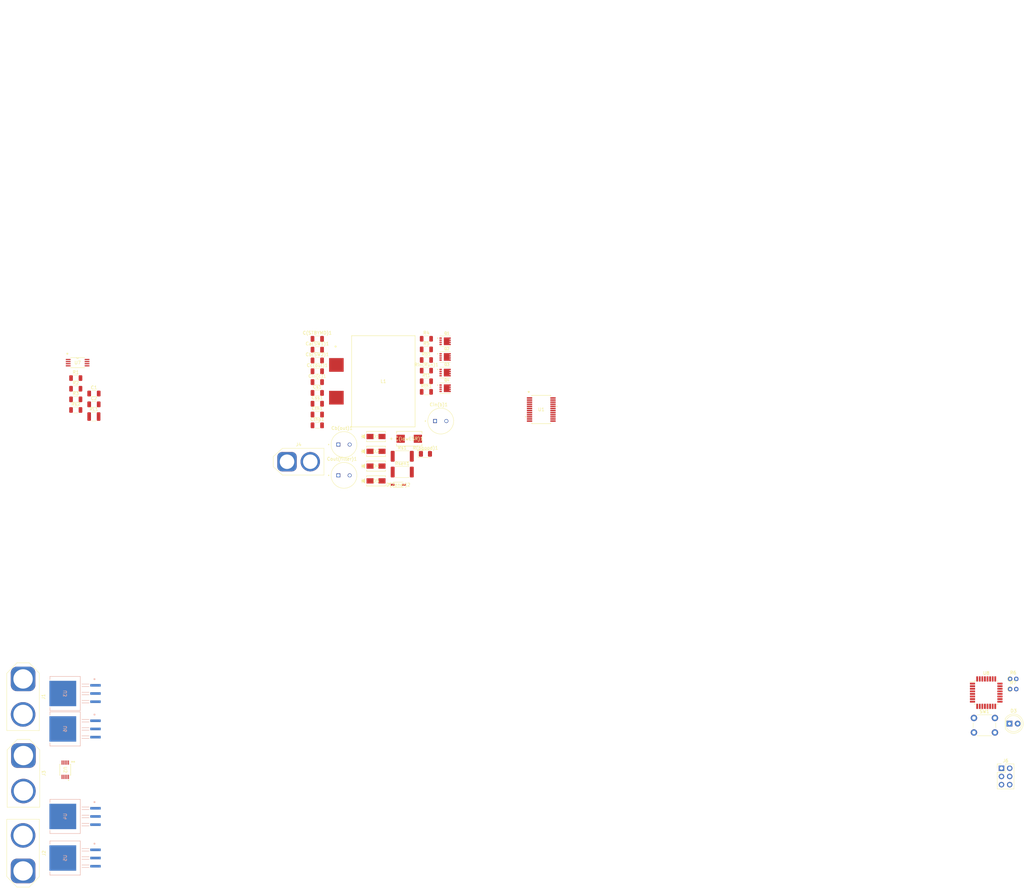
<source format=kicad_pcb>
(kicad_pcb (version 20221018) (generator pcbnew)
  (title_block (title "Prototype Senior Design A") (date "2023-03-30") (rev "0"))
  (layers (0 "F.Cu" signal) (31 "B.Cu" signal) (34 "B.Paste" user) (35 "F.Paste" user) (36 "B.SilkS" user "B.Silkscreen") (37 "F.SilkS" user "F.Silkscreen") (38 "B.Mask" user) (39 "F.Mask" user) (44 "Edge.Cuts" user))
  (net 0 "")
  (net 1 "Net-(D4-A)")
  (net 2 "GND")
  (net 3 "Net-(U1-STBYMD)")
  (net 4 "Net-(D4-K)")
  (net 5 "Net-(D1-A)")
  (net 6 "/19V Boost/Vout")
  (net 7 "Net-(D2-K)")
  (net 8 "Net-(D5-K)")
  (net 9 "Net-(U1-SENSE-)")
  (net 11 "Net-(U1-SENSE+)")
  (net 12 "Net-(U1-SS)")
  (net 13 "Net-(Cth1-Pad1)")
  (net 14 "Net-(U1-ITH)")
  (net 15 "Net-(D(Zener)2-K)")
  (net 16 "Net-(D2-A)")
  (net 17 "Net-(Q1-G)")
  (net 18 "Net-(Q2-G)")
  (net 19 "Net-(Q3-G)")
  (net 20 "Net-(Q4-G)")
  (net 21 "Net-(U1-PGOOD)")
  (net 22 "Net-(U1-VOSENSE)")
  (net 25 "/Load Sharing/VS")
  (net 26 "/Load Sharing/V1")
  (net 27 "/Load Sharing/V2")
  (net 28 "/Load Sharing/G2")
  (net 29 "/Load Sharing/G1")
  (net 30 "Net-(C1-Pad1)")
  (net 31 "Net-(U7-OUT)")
  (net 32 "Net-(U7-V+)")
  (net 33 "Net-(R1-Pad2)")
  (net 34 "Net-(U7-VIN-)")
  (net 35 "Net-(D3-K)")
  (net 36 "Net-(D3-A)")
  (net 37 "Net-(J6-Pin_2)")
  (net 38 "MOSI")
  (net 39 "SCK")
  (net 40 "+5V")
  (net 41 "MISO")
  (footprint "Mechatronic Footprints:AMASS_XT90-F_1x02_P11.00mm_Vertical" (layer "F.Cu") (at 41.656 106.49 90)
    (fp_text reference "J2" (at 5.5 6.46 90) (layer "F.SilkS"))
    (fp_text value "XT90 BAT2")
    (pad "1" thru_hole roundrect (at 0 0 90) (size 7.6 7.6) (drill 6) (layers "*.Cu" "*.Mask") (net 2 "GND"))
    (pad "2" thru_hole circle (at 11 0 90) (size 7.6 7.6) (drill 6) (layers "*.Cu" "*.Mask") (net 27 "/Load Sharing/V2"))
  )
  (footprint "Resistor_SMD:R_1210_3225Metric" (layer "F.Cu") (at 63.5835 -34.318)
    (fp_text reference "RL1" (at 0 -2.28) (layer "F.SilkS"))
    (fp_text value "72.3k")
    (pad "1" smd roundrect locked (at -1.4625 0) (size 1.125 2.65) (layers "F.Cu" "F.Paste" "F.Mask") (roundrect_rratio 0.222222) (net 31 "Net-(U7-OUT)"))
    (pad "2" smd roundrect locked (at 1.4625 0) (size 1.125 2.65) (layers "F.Cu" "F.Paste" "F.Mask") (roundrect_rratio 0.222222) (net 2 "GND"))
  )
  (footprint "Mechatronic Footprints:CR_SMA_320-340AE_DIO" (layer "F.Cu") (at 150.9657 -18.9615)
    (fp_text reference "D4" (at 0 0 unlocked) (layer "F.SilkS"))
    (fp_text value "D_Schottky")
    (pad "1" smd rect locked (at -1.8542 0 90) (size 1.6256 2.1844) (layers "F.Cu" "F.Paste" "F.Mask") (net 4 "Net-(D4-K)"))
    (pad "2" smd rect locked (at 1.8542 0 90) (size 1.6256 2.1844) (layers "F.Cu" "F.Paste" "F.Mask") (net 1 "Net-(D4-A)"))
  )
  (footprint "Connector_PinHeader_2.54mm:PinHeader_2x03_P2.54mm_Vertical" (layer "F.Cu") (at 344.678 74.676)
    (fp_text reference "J6" (at 1.27 -2.33) (layer "F.SilkS"))
    (fp_text value "6pin")
    (pad "1" thru_hole rect locked (at 0 0) (size 1.7 1.7) (drill 1) (layers "*.Cu" "*.Mask") (net 2 "GND"))
    (pad "2" thru_hole oval locked (at 2.54 0) (size 1.7 1.7) (drill 1) (layers "*.Cu" "*.Mask") (net 37 "Net-(J6-Pin_2)"))
    (pad "3" thru_hole oval locked (at 0 2.54) (size 1.7 1.7) (drill 1) (layers "*.Cu" "*.Mask") (net 38 "MOSI"))
    (pad "4" thru_hole oval locked (at 2.54 2.54) (size 1.7 1.7) (drill 1) (layers "*.Cu" "*.Mask") (net 39 "SCK"))
    (pad "5" thru_hole oval locked (at 0 5.08) (size 1.7 1.7) (drill 1) (layers "*.Cu" "*.Mask") (net 40 "+5V"))
    (pad "6" thru_hole oval locked (at 2.54 5.08) (size 1.7 1.7) (drill 1) (layers "*.Cu" "*.Mask") (net 41 "MISO"))
  )
  (footprint "LED_THT:LED_D5.0mm" (layer "F.Cu") (at 347.15 60.84)
    (fp_text reference "D3" (at 1.27 -3.96) (layer "F.SilkS"))
    (fp_text value "LED")
    (pad "1" thru_hole rect locked (at 0 0) (size 1.8 1.8) (drill 0.9) (layers "*.Cu" "*.Mask") (net 35 "Net-(D3-K)"))
    (pad "2" thru_hole circle locked (at 2.54 0) (size 1.8 1.8) (drill 0.9) (layers "*.Cu" "*.Mask") (net 36 "Net-(D3-A)"))
  )
  (footprint "Resistor_SMD:R_2512_6332Metric" (layer "F.Cu") (at 159.0825 -22.01)
    (fp_text reference "Rs1" (at 0 -2.62) (layer "F.SilkS"))
    (fp_text value "6m")
    (pad "1" smd roundrect locked (at -2.9625 0) (size 1.225 3.35) (layers "F.Cu" "F.Paste" "F.Mask") (roundrect_rratio 0.204082) (net 16 "Net-(D2-A)"))
    (pad "2" smd roundrect locked (at 2.9625 0) (size 1.225 3.35) (layers "F.Cu" "F.Paste" "F.Mask") (roundrect_rratio 0.204082) (net 2 "GND"))
  )
  (footprint "Capacitor_SMD:C_1206_3216Metric" (layer "F.Cu") (at 132.7725 -38.29)
    (fp_text reference "Css1" (at 0 -1.85) (layer "F.SilkS"))
    (fp_text value "0.001u")
    (pad "1" smd roundrect locked (at -1.475 0) (size 1.15 1.8) (layers "F.Cu" "F.Paste" "F.Mask") (roundrect_rratio 0.217391) (net 2 "GND"))
    (pad "2" smd roundrect locked (at 1.475 0) (size 1.15 1.8) (layers "F.Cu" "F.Paste" "F.Mask") (roundrect_rratio 0.217391) (net 12 "Net-(U1-SS)"))
  )
  (footprint "Resistor_SMD:R_1206_3216Metric" (layer "F.Cu") (at 166.5625 -41.97)
    (fp_text reference "Rth1" (at 0 -1.82) (layer "F.SilkS"))
    (fp_text value "124K")
    (pad "1" smd roundrect locked (at -1.4625 0) (size 1.125 1.75) (layers "F.Cu" "F.Paste" "F.Mask") (roundrect_rratio 0.222222) (net 13 "Net-(Cth1-Pad1)"))
    (pad "2" smd roundrect locked (at 1.4625 0) (size 1.125 1.75) (layers "F.Cu" "F.Paste" "F.Mask") (roundrect_rratio 0.222222) (net 14 "Net-(U1-ITH)"))
  )
  (footprint "Resistor_SMD:R_1206_3216Metric" (layer "F.Cu") (at 57.9735 -46.228)
    (fp_text reference "R1" (at 0 -1.82) (layer "F.SilkS"))
    (fp_text value "4.7k")
    (pad "1" smd roundrect locked (at -1.4625 0) (size 1.125 1.75) (layers "F.Cu" "F.Paste" "F.Mask") (roundrect_rratio 0.222222) (net 32 "Net-(U7-V+)"))
    (pad "2" smd roundrect locked (at 1.4625 0) (size 1.125 1.75) (layers "F.Cu" "F.Paste" "F.Mask") (roundrect_rratio 0.222222) (net 33 "Net-(R1-Pad2)"))
  )
  (footprint "Capacitor_SMD:C_1206_3216Metric" (layer "F.Cu") (at 132.7725 -41.64)
    (fp_text reference "Cs1" (at 0 -1.85) (layer "F.SilkS"))
    (fp_text value "100p")
    (pad "1" smd roundrect locked (at -1.475 0) (size 1.15 1.8) (layers "F.Cu" "F.Paste" "F.Mask") (roundrect_rratio 0.217391) (net 9 "Net-(U1-SENSE-)"))
    (pad "2" smd roundrect locked (at 1.475 0) (size 1.15 1.8) (layers "F.Cu" "F.Paste" "F.Mask") (roundrect_rratio 0.217391) (net 11 "Net-(U1-SENSE+)"))
  )
  (footprint "INA139:PW8" (layer "F.Cu") (at 58.547 -51.012999)
    (fp_text reference "U7" (at 0 0 unlocked) (layer "F.SilkS"))
    (fp_text value "INA139NA/250")
    (fp_text user "*" (at -3.175 -2.4736 unlocked) (layer "F.SilkS"))
    (fp_text user "*" (at -3.175 -2.4736) (layer "F.SilkS"))
    (pad "1" smd rect locked (at -2.921 -0.974999) (size 1.4732 0.3556) (layers "F.Cu" "F.Paste" "F.Mask") (net 31 "Net-(U7-OUT)"))
    (pad "2" smd rect locked (at -2.921 -0.325001) (size 1.4732 0.3556) (layers "F.Cu" "F.Paste" "F.Mask") (net 2 "GND"))
    (pad "3" smd rect locked (at -2.921 0.325001) (size 1.4732 0.3556) (layers "F.Cu" "F.Paste" "F.Mask") (net 32 "Net-(U7-V+)"))
    (pad "4" smd rect locked (at -2.921 0.974999) (size 1.4732 0.3556) (layers "F.Cu" "F.Paste" "F.Mask") (net 34 "Net-(U7-VIN-)"))
    (pad "5" smd rect locked (at 2.921 0.974999) (size 1.4732 0.3556) (layers "F.Cu" "F.Paste" "F.Mask") (net 32 "Net-(U7-V+)"))
    (pad "6" smd rect locked (at 2.921 0.325001) (size 1.4732 0.3556) (layers "F.Cu" "F.Paste" "F.Mask"))
    (pad "7" smd rect locked (at 2.921 -0.325001) (size 1.4732 0.3556) (layers "F.Cu" "F.Paste" "F.Mask"))
    (pad "8" smd rect locked (at 2.921 -0.974999) (size 1.4732 0.3556) (layers "F.Cu" "F.Paste" "F.Mask"))
  )
  (footprint "Mechatronic Footprints:LargeCAPSCAPPRD350W60D800H1200" (layer "F.Cu") (at 141.0475 -16.09)
    (fp_text reference "Cout(filter)1" (at -0.635 -5.085) (layer "F.SilkS"))
    (fp_text value "330u")
    (pad "1" thru_hole rect locked (at -1.75 0) (size 1.2 1.2) (drill 0.85) (layers "*.Cu" "*.Mask") (net 6 "/19V Boost/Vout"))
    (pad "2" thru_hole circle locked (at 1.75 0) (size 1.2 1.2) (drill 0.85) (layers "*.Cu" "*.Mask") (net 2 "GND"))
  )
  (footprint "Mechatronic Footprints:Q1Q2TRANS_FDMC86520L" (layer "F.Cu") (at 172.3675 -57.64)
    (fp_text reference "Q1" (at 0.54 -2.508) (layer "F.SilkS") (effects (font (size 0.8 0.8))))
    (fp_text value "NMOS")
    (pad "1" smd rect locked (at -1.4 -0.975) (size 0.7 0.42) (layers "F.Cu" "F.Paste" "F.Mask") (net 25 "/Load Sharing/VS"))
    (pad "2" smd rect locked (at -1.4 -0.325) (size 0.7 0.42) (layers "F.Cu" "F.Paste" "F.Mask") (net 17 "Net-(Q1-G)"))
    (pad "3" smd rect locked (at -1.4 0.325) (size 0.7 0.42) (layers "F.Cu" "F.Paste" "F.Mask") (net 7 "Net-(D2-K)"))
    (pad "4" smd rect locked (at -1.4 0.975) (size 0.7 0.42) (layers "F.Cu" "F.Paste" "F.Mask"))
    (pad "5" smd custom locked (at 0.45 0) (size 1.7 2.37) (layers "F.Cu") (options (clearance outline) (anchor rect)) (primitives (gr_poly (pts (xy -0.85 -1.185) (xy 1.3 -1.185) (xy 1.3 -0.765) (xy 0.85 -0.765) (xy 0.85 -0.535) (xy 1.3 -0.535) (xy 1.3 -0.115) (xy 0.85 -0.115) (xy 0.85 0.115) (xy 1.3 0.115) (xy 1.3 0.535) (xy 0.85 0.535) (xy 0.85 0.765) (xy 1.3 0.765) (xy 1.3 1.185) (xy -0.85 1.185)) (width 0.01) (fill yes))))
  )
  (footprint "Button_Switch_THT:SW_PUSH_6mm" (layer "F.Cu") (at 336.15 59.09)
    (fp_text reference "SW1" (at 3.25 -2) (layer "F.SilkS"))
    (fp_text value "SW_Push_Open")
    (pad "1" thru_hole circle locked (at 0 0 90) (size 2 2) (drill 1.1) (layers "*.Cu" "*.Mask") (net 2 "GND"))
    (pad "1" thru_hole circle locked (at 6.5 0 90) (size 2 2) (drill 1.1) (layers "*.Cu" "*.Mask") (net 2 "GND"))
    (pad "2" thru_hole circle locked (at 0 4.5 90) (size 2 2) (drill 1.1) (layers "*.Cu" "*.Mask") (net 37 "Net-(J6-Pin_2)"))
    (pad "2" thru_hole circle locked (at 6.5 4.5 90) (size 2 2) (drill 1.1) (layers "*.Cu" "*.Mask") (net 37 "Net-(J6-Pin_2)"))
  )
  (footprint "Capacitor_SMD:C_1206_3216Metric" (layer "F.Cu") (at 132.7725 -31.59)
    (fp_text reference "Cthp1" (at 0 -1.85) (layer "F.SilkS"))
    (fp_text value "47p")
    (pad "1" smd roundrect locked (at -1.475 0) (size 1.15 1.8) (layers "F.Cu" "F.Paste" "F.Mask") (roundrect_rratio 0.217391) (net 14 "Net-(U1-ITH)"))
    (pad "2" smd roundrect locked (at 1.475 0) (size 1.15 1.8) (layers "F.Cu" "F.Paste" "F.Mask") (roundrect_rratio 0.217391) (net 2 "GND"))
  )
  (footprint "Resistor_THT:R_Axial_DIN0204_L3.6mm_D1.6mm_P1.90mm_Vertical" (layer "F.Cu") (at 347.35 46.99)
    (fp_text reference "R6" (at 0.95 -1.92) (layer "F.SilkS"))
    (fp_text value "10K")
    (pad "1" thru_hole circle locked (at 0 0) (size 1.4 1.4) (drill 0.7) (layers "*.Cu" "*.Mask") (net 37 "Net-(J6-Pin_2)"))
    (pad "2" thru_hole oval locked (at 1.9 0) (size 1.4 1.4) (drill 0.7) (layers "*.Cu" "*.Mask") (net 40 "+5V"))
  )
  (footprint "Mechatronic Footprints:CR_SMA_320-340AE_DIO" (layer "F.Cu") (at 150.9657 -14.3801)
    (fp_text reference "D5" (at 0 0 unlocked) (layer "F.SilkS"))
    (fp_text value "D_Schottky")
    (pad "1" smd rect locked (at -1.8542 0 90) (size 1.6256 2.1844) (layers "F.Cu" "F.Paste" "F.Mask") (net 8 "Net-(D5-K)"))
    (pad "2" smd rect locked (at 1.8542 0 90) (size 1.6256 2.1844) (layers "F.Cu" "F.Paste" "F.Mask") (net 1 "Net-(D4-A)"))
  )
  (footprint "Capacitor_SMD:C_1206_3216Metric" (layer "F.Cu") (at 132.7725 -58.39)
    (fp_text reference "C(STBYMD)1" (at 0 -1.85) (layer "F.SilkS"))
    (fp_text value "0.001u")
    (pad "1" smd roundrect locked (at -1.475 0) (size 1.15 1.8) (layers "F.Cu" "F.Paste" "F.Mask") (roundrect_rratio 0.217391) (net 3 "Net-(U1-STBYMD)"))
    (pad "2" smd roundrect locked (at 1.475 0) (size 1.15 1.8) (layers "F.Cu" "F.Paste" "F.Mask") (roundrect_rratio 0.217391) (net 2 "GND"))
  )
  (footprint "LED_SMD:LED_1206_3216Metric" (layer "F.Cu") (at 166.2725 -22.76)
    (fp_text reference "R(pgood)1" (at 0 -1.82) (layer "F.SilkS"))
    (fp_text value "100k")
    (pad "1" smd roundrect locked (at -1.4 0) (size 1.25 1.75) (layers "F.Cu" "F.Paste" "F.Mask") (roundrect_rratio 0.2) (net 1 "Net-(D4-A)"))
    (pad "2" smd roundrect locked (at 1.4 0) (size 1.25 1.75) (layers "F.Cu" "F.Paste" "F.Mask") (roundrect_rratio 0.2) (net 21 "Net-(U1-PGOOD)"))
  )
  (footprint "LTC4416:MSOP-10_MS_LIT" (layer "F.Cu") (at 54.72 75.132 -90)
    (fp_text reference "U2" (at 0 0 -90 unlocked) (layer "F.SilkS"))
    (fp_text value "LTC4416EMS-1-TRPBF")
    (fp_text user "*" (at -2.47015 -2.42316 -90) (layer "F.SilkS"))
    (fp_text user "*" (at -2.47015 -2.42316 -90 unlocked) (layer "F.SilkS"))
    (pad "1" smd rect (at -2.21615 -1.00076 270) (size 1.3335 0.2794) (layers "F.Cu" "F.Paste" "F.Mask"))
    (pad "2" smd rect (at -2.21615 -0.50038 270) (size 1.3335 0.2794) (layers "F.Cu" "F.Paste" "F.Mask") (net 26 "/Load Sharing/V1"))
    (pad "3" smd rect (at -2.21615 0 270) (size 1.3335 0.2794) (layers "F.Cu" "F.Paste" "F.Mask") (net 2 "GND"))
    (pad "4" smd rect (at -2.21615 0.50038 270) (size 1.3335 0.2794) (layers "F.Cu" "F.Paste" "F.Mask") (net 2 "GND"))
    (pad "5" smd rect (at -2.21615 1.00076 270) (size 1.3335 0.2794) (layers "F.Cu" "F.Paste" "F.Mask"))
    (pad "6" smd rect (at 2.21615 1.00076 270) (size 1.3335 0.2794) (layers "F.Cu" "F.Paste" "F.Mask") (net 28 "/Load Sharing/G2"))
    (pad "7" smd rect (at 2.21615 0.50038 270) (size 1.3335 0.2794) (layers "F.Cu" "F.Paste" "F.Mask") (net 27 "/Load Sharing/V2"))
    (pad "8" smd rect (at 2.21615 0 270) (size 1.3335 0.2794) (layers "F.Cu" "F.Paste" "F.Mask") (net 25 "/Load Sharing/VS"))
    (pad "9" smd rect (at 2.21615 -0.50038 270) (size 1.3335 0.2794) (layers "F.Cu" "F.Paste" "F.Mask") (net 26 "/Load Sharing/V1"))
    (pad "10" smd rect (at 2.21615 -1.00076 270) (size 1.3335 0.2794) (layers "F.Cu" "F.Paste" "F.Mask") (net 29 "/Load Sharing/G1"))
  )
  (footprint "Resistor_SMD:R_1206_3216Metric" (layer "F.Cu") (at 57.9735 -39.648)
    (fp_text reference "R3" (at 0 -1.82) (layer "F.SilkS"))
    (fp_text value "1k")
    (pad "1" smd roundrect locked (at -1.4625 0) (size 1.125 1.75) (layers "F.Cu" "F.Paste" "F.Mask") (roundrect_rratio 0.222222) (net 30 "Net-(C1-Pad1)"))
    (pad "2" smd roundrect locked (at 1.4625 0) (size 1.125 1.75) (layers "F.Cu" "F.Paste" "F.Mask") (roundrect_rratio 0.222222) (net 2 "GND"))
  )
  (footprint "Mechatronic Footprints:LOWESRCAPMP7.6X4.3_3.1N_KEM" (layer "F.Cu") (at 161.264691 -27.434804)
    (fp_text reference "C(lowESR)1" (at 0 0 unlocked) (layer "F.SilkS"))
    (fp_text value "4.7u")
    (pad "1" smd rect locked (at -2.672194 0 90) (size 2.499995 2.560396) (layers "F.Cu" "F.Paste" "F.Mask") (net 1 "Net-(D4-A)"))
    (pad "2" smd rect locked (at 2.672194 0 90) (size 2.499995 2.560396) (layers "F.Cu" "F.Paste" "F.Mask") (net 2 "GND"))
  )
  (footprint "Resistor_SMD:R_1206_3216Metric" (layer "F.Cu") (at 57.9735 -36.358)
    (fp_text reference "Rs2" (at 0 -1.82) (layer "F.SilkS"))
    (fp_text value "0.5m")
    (pad "1" smd roundrect locked (at -1.4625 0) (size 1.125 1.75) (layers "F.Cu" "F.Paste" "F.Mask") (roundrect_rratio 0.222222) (net 32 "Net-(U7-V+)"))
    (pad "2" smd roundrect locked (at 1.4625 0) (size 1.125 1.75) (layers "F.Cu" "F.Paste" "F.Mask") (roundrect_rratio 0.222222) (net 34 "Net-(U7-VIN-)"))
  )
  (footprint "Mechatronic Footprints:Q1Q2TRANS_FDMC86520L" (layer "F.Cu") (at 172.3675 -43.09)
    (fp_text reference "Q4" (at 0.54 -2.508) (layer "F.SilkS") (effects (font (size 0.8 0.8))))
    (fp_text value "NMOS")
    (pad "1" smd rect locked (at -1.4 -0.975) (size 0.7 0.42) (layers "F.Cu" "F.Paste" "F.Mask") (net 5 "Net-(D1-A)"))
    (pad "2" smd rect locked (at -1.4 -0.325) (size 0.7 0.42) (layers "F.Cu" "F.Paste" "F.Mask") (net 20 "Net-(Q4-G)"))
    (pad "3" smd rect locked (at -1.4 0.325) (size 0.7 0.42) (layers "F.Cu" "F.Paste" "F.Mask") (net 16 "Net-(D2-A)"))
    (pad "4" smd rect locked (at -1.4 0.975) (size 0.7 0.42) (layers "F.Cu" "F.Paste" "F.Mask"))
    (pad "5" smd custom locked (at 0.45 0) (size 1.7 2.37) (layers "F.Cu") (options (clearance outline) (anchor rect)) (primitives (gr_poly (pts (xy -0.85 -1.185) (xy 1.3 -1.185) (xy 1.3 -0.765) (xy 0.85 -0.765) (xy 0.85 -0.535) (xy 1.3 -0.535) (xy 1.3 -0.115) (xy 0.85 -0.115) (xy 0.85 0.115) (xy 1.3 0.115) (xy 1.3 0.535) (xy 0.85 0.535) (xy 0.85 0.765) (xy 1.3 0.765) (xy 1.3 1.185) (xy -0.85 1.185)) (width 0.01) (fill yes))))
  )
  (footprint "Resistor_SMD:R_1206_3216Metric" (layer "F.Cu") (at 166.5625 -58.42)
    (fp_text reference "R4" (at 0 -1.82) (layer "F.SilkS"))
    (fp_text value "100")
    (pad "1" smd roundrect locked (at -1.4625 0) (size 1.125 1.75) (layers "F.Cu" "F.Paste" "F.Mask") (roundrect_rratio 0.222222) (net 16 "Net-(D2-A)"))
    (pad "2" smd roundrect locked (at 1.4625 0) (size 1.125 1.75) (layers "F.Cu" "F.Paste" "F.Mask") (roundrect_rratio 0.222222) (net 11 "Net-(U1-SENSE+)"))
  )
  (footprint "Mechatronic Footprints:AMASS_XT90-F_1x02_P11.00mm_Vertical" (layer "F.Cu") (at 41.656 46.99 -90)
    (fp_text reference "J1" (at 5.5 -6.3 90) (layer "F.SilkS"))
    (fp_text value "XT90 BAT1")
    (pad "1" thru_hole roundrect (at 0 0 270) (size 7.6 7.6) (drill 6) (layers "*.Cu" "*.Mask") (net 2 "GND"))
    (pad "2" thru_hole circle (at 11 0 270) (size 7.6 7.6) (drill 6) (layers "*.Cu" "*.Mask") (net 26 "/Load Sharing/V1"))
  )
  (footprint "Mechatronic Footprints:Q1Q2TRANS_FDMC86520L" (layer "F.Cu") (at 172.3675 -47.94)
    (fp_text reference "Q3" (at 0.54 -2.508) (layer "F.SilkS") (effects (font (size 0.8 0.8))))
    (fp_text value "NMOS")
    (pad "1" smd rect locked (at -1.4 -0.975) (size 0.7 0.42) (layers "F.Cu" "F.Paste" "F.Mask") (net 6 "/19V Boost/Vout"))
    (pad "2" smd rect locked (at -1.4 -0.325) (size 0.7 0.42) (layers "F.Cu" "F.Paste" "F.Mask") (net 19 "Net-(Q3-G)"))
    (pad "3" smd rect locked (at -1.4 0.325) (size 0.7 0.42) (layers "F.Cu" "F.Paste" "F.Mask") (net 5 "Net-(D1-A)"))
    (pad "4" smd rect locked (at -1.4 0.975) (size 0.7 0.42) (layers "F.Cu" "F.Paste" "F.Mask"))
    (pad "5" smd custom locked (at 0.45 0) (size 1.7 2.37) (layers "F.Cu") (options (clearance outline) (anchor rect)) (primitives (gr_poly (pts (xy -0.85 -1.185) (xy 1.3 -1.185) (xy 1.3 -0.765) (xy 0.85 -0.765) (xy 0.85 -0.535) (xy 1.3 -0.535) (xy 1.3 -0.115) (xy 0.85 -0.115) (xy 0.85 0.115) (xy 1.3 0.115) (xy 1.3 0.535) (xy 0.85 0.535) (xy 0.85 0.765) (xy 1.3 0.765) (xy 1.3 1.185) (xy -0.85 1.185)) (width 0.01) (fill yes))))
  )
  (footprint "Resistor_THT:R_Axial_DIN0204_L3.6mm_D1.6mm_P1.90mm_Vertical" (layer "F.Cu") (at 347.35 50.14)
    (fp_text reference "R7" (at 0.95 -1.92) (layer "F.SilkS"))
    (fp_text value "1k")
    (pad "1" thru_hole circle locked (at 0 0) (size 1.4 1.4) (drill 0.7) (layers "*.Cu" "*.Mask") (net 35 "Net-(D3-K)"))
    (pad "2" thru_hole oval locked (at 1.9 0) (size 1.4 1.4) (drill 0.7) (layers "*.Cu" "*.Mask") (net 2 "GND"))
  )
  (footprint "Resistor_SMD:R_1206_3216Metric" (layer "F.Cu") (at 166.5625 -45.26)
    (fp_text reference "Rt1" (at 0 -1.82) (layer "F.SilkS"))
    (fp_text value "100K")
    (pad "1" smd roundrect locked (at -1.4625 0) (size 1.125 1.75) (layers "F.Cu" "F.Paste" "F.Mask") (roundrect_rratio 0.222222) (net 6 "/19V Boost/Vout"))
    (pad "2" smd roundrect locked (at 1.4625 0) (size 1.125 1.75) (layers "F.Cu" "F.Paste" "F.Mask") (roundrect_rratio 0.222222) (net 22 "Net-(U1-VOSENSE)"))
  )
  (footprint "Mechatronic Footprints:LargeCAPSCAPPRD350W60D800H1200" (layer "F.Cu") (at 141.0475 -25.64)
    (fp_text reference "Cb(out)1" (at -0.635 -5.085) (layer "F.SilkS"))
    (fp_text value "330u")
    (pad "1" thru_hole rect locked (at -1.75 0) (size 1.2 1.2) (drill 0.85) (layers "*.Cu" "*.Mask") (net 6 "/19V Boost/Vout"))
    (pad "2" thru_hole circle locked (at 1.75 0) (size 1.2 1.2) (drill 0.85) (layers "*.Cu" "*.Mask") (net 2 "GND"))
  )
  (footprint "Resistor_SMD:R_1206_3216Metric" (layer "F.Cu") (at 166.5625 -51.84)
    (fp_text reference "Rb1" (at 0 -1.82) (layer "F.SilkS"))
    (fp_text value "4.3K")
    (pad "1" smd roundrect locked (at -1.4625 0) (size 1.125 1.75) (layers "F.Cu" "F.Paste" "F.Mask") (roundrect_rratio 0.222222) (net 22 "Net-(U1-VOSENSE)"))
    (pad "2" smd roundrect locked (at 1.4625 0) (size 1.125 1.75) (layers "F.Cu" "F.Paste" "F.Mask") (roundrect_rratio 0.222222) (net 2 "GND"))
  )
  (footprint "Capacitor_SMD:C_1206_3216Metric" (layer "F.Cu") (at 63.6035 -41.448)
    (fp_text reference "C1" (at 0 -1.85) (layer "F.SilkS"))
    (fp_text value "0.1mu")
    (pad "1" smd roundrect locked (at -1.475 0) (size 1.15 1.8) (layers "F.Cu" "F.Paste" "F.Mask") (roundrect_rratio 0.217391) (net 30 "Net-(C1-Pad1)"))
    (pad "2" smd roundrect locked (at 1.475 0) (size 1.15 1.8) (layers "F.Cu" "F.Paste" "F.Mask") (roundrect_rratio 0.217391) (net 2 "GND"))
  )
  (footprint "Resistor_SMD:R_1206_3216Metric" (layer "F.Cu") (at 166.5625 -48.55)
    (fp_text reference "Rin(Run)1" (at 0 -1.82) (layer "F.SilkS"))
    (fp_text value "51K")
    (pad "1" smd roundrect locked (at -1.4625 0) (size 1.125 1.75) (layers "F.Cu" "F.Paste" "F.Mask") (roundrect_rratio 0.222222) (net 25 "/Load Sharing/VS"))
    (pad "2" smd roundrect locked (at 1.4625 0) (size 1.125 1.75) (layers "F.Cu" "F.Paste" "F.Mask") (roundrect_rratio 0.222222) (net 15 "Net-(D(Zener)2-K)"))
  )
  (footprint "Mechatronic Footprints:Q1Q2TRANS_FDMC86520L" (layer "F.Cu") (at 172.3675 -52.79)
    (fp_text reference "Q2" (at 0.54 -2.508) (layer "F.SilkS") (effects (font (size 0.8 0.8))))
    (fp_text value "NMOS")
    (pad "1" smd rect locked (at -1.4 -0.975) (size 0.7 0.42) (layers "F.Cu" "F.Paste" "F.Mask") (net 7 "Net-(D2-K)"))
    (pad "2" smd rect locked (at -1.4 -0.325) (size 0.7 0.42) (layers "F.Cu" "F.Paste" "F.Mask") (net 18 "Net-(Q2-G)"))
    (pad "3" smd rect locked (at -1.4 0.325) (size 0.7 0.42) (layers "F.Cu" "F.Paste" "F.Mask") (net 16 "Net-(D2-A)"))
    (pad "4" smd rect locked (at -1.4 0.975) (size 0.7 0.42) (layers "F.Cu" "F.Paste" "F.Mask"))
    (pad "5" smd custom locked (at 0.45 0) (size 1.7 2.37) (layers "F.Cu") (options (clearance outline) (anchor rect)) (primitives (gr_poly (pts (xy -0.85 -1.185) (xy 1.3 -1.185) (xy 1.3 -0.765) (xy 0.85 -0.765) (xy 0.85 -0.535) (xy 1.3 -0.535) (xy 1.3 -0.115) (xy 0.85 -0.115) (xy 0.85 0.115) (xy 1.3 0.115) (xy 1.3 0.535) (xy 0.85 0.535) (xy 0.85 0.765) (xy 1.3 0.765) (xy 1.3 1.185) (xy -0.85 1.185)) (width 0.01) (fill yes))))
  )
  (footprint "Capacitor_SMD:C_1206_3216Metric" (layer "F.Cu") (at 132.7725 -34.94)
    (fp_text reference "Cth1" (at 0 -1.85) (layer "F.SilkS"))
    (fp_text value "10000p")
    (pad "1" smd roundrect locked (at -1.475 0) (size 1.15 1.8) (layers "F.Cu" "F.Paste" "F.Mask") (roundrect_rratio 0.217391) (net 13 "Net-(Cth1-Pad1)"))
    (pad "2" smd roundrect locked (at 1.475 0) (size 1.15 1.8) (layers "F.Cu" "F.Paste" "F.Mask") (roundrect_rratio 0.217391) (net 2 "GND"))
  )
  (footprint "LTC3780:SSOP-24_G_LIT" (layer "F.Cu") (at 202.1403 -36.49632)
    (fp_text reference "U1" (at 0 0 unlocked) (layer "F.SilkS"))
    (fp_text value "LTC3780EG-TRPBF")
    (fp_text user "*" (at -3.8862 -5.15112 unlocked) (layer "F.SilkS"))
    (fp_text user "*" (at -3.8862 -5.15112) (layer "F.SilkS"))
    (pad "1" smd rect locked (at -3.6322 -3.57632) (size 1.651 0.4318) (layers "F.Cu" "F.Paste" "F.Mask") (net 21 "Net-(U1-PGOOD)"))
    (pad "2" smd rect locked (at -3.6322 -2.92608) (size 1.651 0.4318) (layers "F.Cu" "F.Paste" "F.Mask") (net 12 "Net-(U1-SS)"))
    (pad "3" smd rect locked (at -3.6322 -2.27584) (size 1.651 0.4318) (layers "F.Cu" "F.Paste" "F.Mask") (net 11 "Net-(U1-SENSE+)"))
    (pad "4" smd rect locked (at -3.6322 -1.6256) (size 1.651 0.4318) (layers "F.Cu" "F.Paste" "F.Mask") (net 9 "Net-(U1-SENSE-)"))
    (pad "5" smd rect locked (at -3.6322 -0.97536) (size 1.651 0.4318) (layers "F.Cu" "F.Paste" "F.Mask") (net 14 "Net-(U1-ITH)"))
    (pad "6" smd rect locked (at -3.6322 -0.32512) (size 1.651 0.4318) (layers "F.Cu" "F.Paste" "F.Mask") (net 22 "Net-(U1-VOSENSE)"))
    (pad "7" smd rect locked (at -3.6322 0.32512) (size 1.651 0.4318) (layers "F.Cu" "F.Paste" "F.Mask") (net 2 "GND"))
    (pad "8" smd rect locked (at -3.6322 0.97536) (size 1.651 0.4318) (layers "F.Cu" "F.Paste" "F.Mask") (net 15 "Net-(D(Zener)2-K)"))
    (pad "9" smd rect locked (at -3.6322 1.6256) (size 1.651 0.4318) (layers "F.Cu" "F.Paste" "F.Mask") (net 2 "GND"))
    (pad "10" smd rect locked (at -3.6322 2.27584) (size 1.651 0.4318) (layers "F.Cu" "F.Paste" "F.Mask") (net 2 "GND"))
    (pad "11" smd rect locked (at -3.6322 2.92608) (size 1.651 0.4318) (layers "F.Cu" "F.Paste" "F.Mask"))
    (pad "12" smd rect locked (at -3.6322 3.57632) (size 1.651 0.4318) (layers "F.Cu" "F.Paste" "F.Mask") (net 3 "Net-(U1-STBYMD)"))
    (pad "13" smd rect locked (at 3.6322 3.57632) (size 1.651 0.4318) (layers "F.Cu" "F.Paste" "F.Mask") (net 8 "Net-(D5-K)"))
    (pad "14" smd rect locked (at 3.6322 2.92608) (size 1.651 0.4318) (layers "F.Cu" "F.Paste" "F.Mask") (net 17 "Net-(Q1-G)"))
    (pad "15" smd rect locked (at 3.6322 2.27584) (size 1.651 0.4318) (layers "F.Cu" "F.Paste" "F.Mask") (net 7 "Net-(D2-K)"))
    (pad "16" smd rect locked (at 3.6322 1.6256) (size 1.651 0.4318) (layers "F.Cu" "F.Paste" "F.Mask") (net 18 "Net-(Q2-G)"))
    (pad "17" smd rect locked (at 3.6322 0.97536) (size 1.651 0.4318) (layers "F.Cu" "F.Paste" "F.Mask") (net 2 "GND"))
    (pad "18" smd rect locked (at 3.6322 0.32512) (size 1.651 0.4318) (layers "F.Cu" "F.Paste" "F.Mask") (net 20 "Net-(Q4-G)"))
    (pad "19" smd rect locked (at 3.6322 -0.32512) (size 1.651 0.4318) (layers "F.Cu" "F.Paste" "F.Mask") (net 1 "Net-(D4-A)"))
    (pad "20" smd rect locked (at 3.6322 -0.97536) (size 1.651 0.4318) (layers "F.Cu" "F.Paste" "F.Mask") (net 2 "GND"))
    (pad "21" smd rect locked (at 3.6322 -1.6256) (size 1.651 0.4318) (layers "F.Cu" "F.Paste" "F.Mask") (net 25 "/Load Sharing/VS"))
    (pad "22" smd rect locked (at 3.6322 -2.27584) (size 1.651 0.4318) (layers "F.Cu" "F.Paste" "F.Mask") (net 5 "Net-(D1-A)"))
    (pad "23" smd rect locked (at 3.6322 -2.92608) (size 1.651 0.4318) (layers "F.Cu" "F.Paste" "F.Mask") (net 19 "Net-(Q3-G)"))
    (pad "24" smd rect locked (at 3.6322 -3.57632) (size 1.651 0.4318) (layers "F.Cu" "F.Paste" "F.Mask") (net 4 "Net-(D4-K)"))
  )
  (footprint "Capacitor_SMD:C_1206_3216Metric" (layer "F.Cu") (at 132.7725 -55.04)
    (fp_text reference "Ca(SW1)1" (at 0 -1.85) (layer "F.SilkS"))
    (fp_text value "0.22u")
    (pad "1" smd roundrect locked (at -1.475 0) (size 1.15 1.8) (layers "F.Cu" "F.Paste" "F.Mask") (roundrect_rratio 0.217391) (net 4 "Net-(D4-K)"))
    (pad "2" smd roundrect locked (at 1.475 0) (size 1.15 1.8) (layers "F.Cu" "F.Paste" "F.Mask") (roundrect_rratio 0.217391) (net 5 "Net-(D1-A)"))
  )
  (footprint "Mechatronic Footprints:CR_SMA_320-340AE_DIO" (layer "F.Cu") (at 150.9657 -23.5429)
    (fp_text reference "D2" (at 0 0 unlocked) (layer "F.SilkS"))
    (fp_text value "D_Schottky")
    (pad "1" smd rect locked (at -1.8542 0 90) (size 1.6256 2.1844) (layers "F.Cu" "F.Paste" "F.Mask") (net 7 "Net-(D2-K)"))
    (pad "2" smd rect locked (at 1.8542 0 90) (size 1.6256 2.1844) (layers "F.Cu" "F.Paste" "F.Mask") (net 16 "Net-(D2-A)"))
  )
  (footprint "Capacitor_SMD:C_1206_3216Metric" (layer "F.Cu") (at 132.7725 -51.69)
    (fp_text reference "Cb(SW2)1" (at 0 -1.85) (layer "F.SilkS"))
    (fp_text value "0.22u")
    (pad "1" smd roundrect locked (at -1.475 0) (size 1.15 1.8) (layers "F.Cu" "F.Paste" "F.Mask") (roundrect_rratio 0.217391) (net 7 "Net-(D2-K)"))
    (pad "2" smd roundrect locked (at 1.475 0) (size 1.15 1.8) (layers "F.Cu" "F.Paste" "F.Mask") (roundrect_rratio 0.217391) (net 8 "Net-(D5-K)"))
  )
  (footprint "Resistor_SMD:R_2512_6332Metric" (layer "F.Cu") (at 159.0825 -17.12)
    (fp_text reference "Rsen1" (at 0 -2.62) (layer "F.SilkS"))
    (fp_text value "6m")
    (pad "1" smd roundrect locked (at -2.9625 0) (size 1.225 3.35) (layers "F.Cu" "F.Paste" "F.Mask") (roundrect_rratio 0.204082) (net 16 "Net-(D2-A)"))
    (pad "2" smd roundrect locked (at 2.9625 0) (size 1.225 3.35) (layers "F.Cu" "F.Paste" "F.Mask") (roundrect_rratio 0.204082) (net 2 "GND"))
  )
  (footprint "Mechatronic Footprints:SOD123_DIO" (layer "F.Cu") (at 157.8483 -13.1698)
    (fp_text reference "D(Zener)2" (at 0 0 unlocked) (layer "F.SilkS"))
    (fp_text value "D_Zener")
    (fp_text user "*" (at -2.6616 0) (layer "F.SilkS"))
    (fp_text user "*" (at -2.6616 0 unlocked) (layer "F.SilkS"))
    (pad "1" smd rect locked (at -1.725 0) (size 1.1112 0.6008) (layers "F.Cu" "F.Paste" "F.Mask") (net 15 "Net-(D(Zener)2-K)"))
    (pad "2" smd rect locked (at 1.725 0) (size 1.1112 0.6008) (layers "F.Cu" "F.Paste" "F.Mask") (net 2 "GND"))
  )
  (footprint "AMASS XT90 Vertical:AMASS_XT90-M_1x02_P11.00mm_Vertical" (layer "F.Cu") (at 41.766 70.736 -90)
    (fp_text reference "J3" (at 5.5 -6.3 90) (layer "F.SilkS"))
    (fp_text value "XT90 ESC Output")
    (pad "1" thru_hole roundrect (at 0 0 270) (size 7.6 7.6) (drill 6) (layers "*.Cu" "*.Mask") (net 25 "/Load Sharing/VS"))
    (pad "2" thru_hole circle (at 11 0 270) (size 7.6 7.6) (drill 6) (layers "*.Cu" "*.Mask") (net 2 "GND"))
  )
  (footprint "Capacitor_SMD:C_1206_3216Metric" (layer "F.Cu") (at 63.6035 -38.098)
    (fp_text reference "C2" (at 0 -1.85) (layer "F.SilkS"))
    (fp_text value "0.1mu")
    (pad "1" smd roundrect locked (at -1.475 0) (size 1.15 1.8) (layers "F.Cu" "F.Paste" "F.Mask") (roundrect_rratio 0.217391) (net 2 "GND"))
    (pad "2" smd roundrect locked (at 1.475 0) (size 1.15 1.8) (layers "F.Cu" "F.Paste" "F.Mask") (roundrect_rratio 0.217391) (net 31 "Net-(U7-OUT)"))
  )
  (footprint "Mechatronic Footprints:LargeCAPSCAPPRD350W60D800H1200" (layer "F.Cu") (at 171.0025 -32.92)
    (fp_text reference "Cin(b)1" (at -0.635 -5.085) (layer "F.SilkS"))
    (fp_text value "270u")
    (pad "1" thru_hole rect locked (at -1.75 0) (size 1.2 1.2) (drill 0.85) (layers "*.Cu" "*.Mask") (net 25 "/Load Sharing/VS"))
    (pad "2" thru_hole circle locked (at 1.75 0) (size 1.2 1.2) (drill 0.85) (layers "*.Cu" "*.Mask") (net 2 "GND"))
  )
  (footprint "Capacitor_SMD:C_1206_3216Metric" (layer "F.Cu") (at 132.7725 -44.99)
    (fp_text reference "Cin(c)1" (at 0 -1.85) (layer "F.SilkS"))
    (fp_text value "10u")
    (pad "1" smd roundrect locked (at -1.475 0) (size 1.15 1.8) (layers "F.Cu" "F.Paste" "F.Mask") (roundrect_rratio 0.217391) (net 25 "/Load Sharing/VS"))
    (pad "2" smd roundrect locked (at 1.475 0) (size 1.15 1.8) (layers "F.Cu" "F.Paste" "F.Mask") (roundrect_rratio 0.217391) (net 2 "GND"))
  )
  (footprint "Connector_AMASS:AMASS_XT60-F_1x02_P7.20mm_Vertical" (layer "F.Cu") (at 123.4 -20.32)
    (fp_text reference "J4" (at 3.6 -5.3 180) (layer "F.SilkS"))
    (fp_text value "XT30PW Horizontal")
    (pad "1" thru_hole roundrect locked (at 0 0) (size 6 6) (drill 4.5) (layers "*.Cu" "*.Mask") (net 6 "/19V Boost/Vout"))
    (pad "2" thru_hole circle locked (at 7.2 0) (size 6 6) (drill 4.5) (layers "*.Cu" "*.Mask") (net 2 "GND"))
  )
  (footprint "Resistor_SMD:R_1206_3216Metric" (layer "F.Cu") (at 57.9735 -42.938)
    (fp_text reference "R2" (at 0 -1.82) (layer "F.SilkS"))
    (fp_text value "10k")
    (pad "1" smd roundrect locked (at -1.4625 0) (size 1.125 1.75) (layers "F.Cu" "F.Paste" "F.Mask") (roundrect_rratio 0.222222) (net 33 "Net-(R1-Pad2)"))
    (pad "2" smd roundrect locked (at 1.4625 0) (size 1.125 1.75) (layers "F.Cu" "F.Paste" "F.Mask") (roundrect_rratio 0.222222) (net 30 "Net-(C1-Pad1)"))
  )
  (footprint "Capacitor_SMD:C_1206_3216Metric" (layer "F.Cu") (at 132.7725 -48.34)
    (fp_text reference "Cc(out)1" (at 0 -1.85) (layer "F.SilkS"))
    (fp_text value "47u")
    (pad "1" smd roundrect locked (at -1.475 0) (size 1.15 1.8) (layers "F.Cu" "F.Paste" "F.Mask") (roundrect_rratio 0.217391) (net 6 "/19V Boost/Vout"))
    (pad "2" smd roundrect locked (at 1.475 0) (size 1.15 1.8) (layers "F.Cu" "F.Paste" "F.Mask") (roundrect_rratio 0.217391) (net 2 "GND"))
  )
  (footprint "Mechatronic Footprints:CR_SMA_320-340AE_DIO" (layer "F.Cu") (at 150.9657 -28.1243)
    (fp_text reference "D1" (at 0 0 unlocked) (layer "F.SilkS"))
    (fp_text value "D_Schottky")
    (pad "1" smd rect locked (at -1.8542 0 90) (size 1.6256 2.1844) (layers "F.Cu" "F.Paste" "F.Mask") (net 6 "/19V Boost/Vout"))
    (pad "2" smd rect locked (at 1.8542 0 90) (size 1.6256 2.1844) (layers "F.Cu" "F.Paste" "F.Mask") (net 5 "Net-(D1-A)"))
  )
  (footprint "Mechatronic Footprints:IND_410680_WRE" (layer "F.Cu") (at 153.2298 -45.2394)
    (fp_text reference "L1" (at 0 0 unlocked) (layer "F.SilkS"))
    (fp_text value "6.8u")
    (fp_text user "*" (at -14.7955 -10.4598) (layer "F.SilkS"))
    (fp_text user "*" (at -14.7955 -10.4598 unlocked) (layer "F.SilkS"))
    (pad "1" smd rect locked (at -14.5415 -5.074999) (size 4.5212 4.2418) (layers "F.Cu" "F.Paste" "F.Mask") (net 7 "Net-(D2-K)"))
    (pad "2" smd rect locked (at -14.5415 5.074999) (size 4.5212 4.2418) (layers "F.Cu" "F.Paste" "F.Mask") (net 5 "Net-(D1-A)"))
  )
  (footprint "Resistor_SMD:R_1206_3216Metric" (layer "F.Cu") (at 166.5625 -55.13)
    (fp_text reference "R5" (at 0 -1.82) (layer "F.SilkS"))
    (fp_text value "100")
    (pad "1" smd roundrect locked (at -1.4625 0) (size 1.125 1.75) (layers "F.Cu" "F.Paste" "F.Mask") (roundrect_rratio 0.222222) (net 9 "Net-(U1-SENSE-)"))
    (pad "2" smd roundrect locked (at 1.4625 0) (size 1.125 1.75) (layers "F.Cu" "F.Paste" "F.Mask") (roundrect_rratio 0.222222) (net 2 "GND"))
  )
  (footprint "Package_QFP:TQFP-32_7x7mm_P0.8mm" (layer "F.Cu") (at 339.95 51.24)
    (fp_text reference "U8" (at 0 -6.05) (layer "F.SilkS"))
    (fp_text value "ATmega328PB-A")
    (pad "1" smd rect locked (at -4.25 -2.8) (size 1.6 0.55) (layers "F.Cu" "F.Paste" "F.Mask"))
    (pad "2" smd rect locked (at -4.25 -2) (size 1.6 0.55) (layers "F.Cu" "F.Paste" "F.Mask"))
    (pad "3" smd rect locked (at -4.25 -1.2) (size 1.6 0.55) (layers "F.Cu" "F.Paste" "F.Mask"))
    (pad "4" smd rect locked (at -4.25 -0.4) (size 1.6 0.55) (layers "F.Cu" "F.Paste" "F.Mask") (net 40 "+5V"))
    (pad "5" smd rect locked (at -4.25 0.4) (size 1.6 0.55) (layers "F.Cu" "F.Paste" "F.Mask") (net 2 "GND"))
    (pad "6" smd rect locked (at -4.25 1.2) (size 1.6 0.55) (layers "F.Cu" "F.Paste" "F.Mask"))
    (pad "7" smd rect locked (at -4.25 2) (size 1.6 0.55) (layers "F.Cu" "F.Paste" "F.Mask"))
    (pad "8" smd rect locked (at -4.25 2.8) (size 1.6 0.55) (layers "F.Cu" "F.Paste" "F.Mask"))
    (pad "9" smd rect locked (at -2.8 4.25 90) (size 1.6 0.55) (layers "F.Cu" "F.Paste" "F.Mask"))
    (pad "10" smd rect locked (at -2 4.25 90) (size 1.6 0.55) (layers "F.Cu" "F.Paste" "F.Mask"))
    (pad "11" smd rect locked (at -1.2 4.25 90) (size 1.6 0.55) (layers "F.Cu" "F.Paste" "F.Mask"))
    (pad "12" smd rect locked (at -0.4 4.25 90) (size 1.6 0.55) (layers "F.Cu" "F.Paste" "F.Mask"))
    (pad "13" smd rect locked (at 0.4 4.25 90) (size 1.6 0.55) (layers "F.Cu" "F.Paste" "F.Mask") (net 36 "Net-(D3-A)"))
    (pad "14" smd rect locked (at 1.2 4.25 90) (size 1.6 0.55) (layers "F.Cu" "F.Paste" "F.Mask"))
    (pad "15" smd rect locked (at 2 4.25 90) (size 1.6 0.55) (layers "F.Cu" "F.Paste" "F.Mask") (net 38 "MOSI"))
    (pad "16" smd rect locked (at 2.8 4.25 90) (size 1.6 0.55) (layers "F.Cu" "F.Paste" "F.Mask") (net 41 "MISO"))
    (pad "17" smd rect locked (at 4.25 2.8) (size 1.6 0.55) (layers "F.Cu" "F.Paste" "F.Mask") (net 39 "SCK"))
    (pad "18" smd rect locked (at 4.25 2) (size 1.6 0.55) (layers "F.Cu" "F.Paste" "F.Mask"))
    (pad "19" smd rect locked (at 4.25 1.2) (size 1.6 0.55) (layers "F.Cu" "F.Paste" "F.Mask"))
    (pad "20" smd rect locked (at 4.25 0.4) (size 1.6 0.55) (layers "F.Cu" "F.Paste" "F.Mask"))
    (pad "21" smd rect locked (at 4.25 -0.4) (size 1.6 0.55) (layers "F.Cu" "F.Paste" "F.Mask") (net 2 "GND"))
    (pad "22" smd rect locked (at 4.25 -1.2) (size 1.6 0.55) (layers "F.Cu" "F.Paste" "F.Mask"))
    (pad "23" smd rect locked (at 4.25 -2) (size 1.6 0.55) (layers "F.Cu" "F.Paste" "F.Mask"))
    (pad "24" smd rect locked (at 4.25 -2.8) (size 1.6 0.55) (layers "F.Cu" "F.Paste" "F.Mask"))
    (pad "25" smd rect locked (at 2.8 -4.25 90) (size 1.6 0.55) (layers "F.Cu" "F.Paste" "F.Mask"))
    (pad "26" smd rect locked (at 2 -4.25 90) (size 1.6 0.55) (layers "F.Cu" "F.Paste" "F.Mask"))
    (pad "27" smd rect locked (at 1.2 -4.25 90) (size 1.6 0.55) (layers "F.Cu" "F.Paste" "F.Mask"))
    (pad "28" smd rect locked (at 0.4 -4.25 90) (size 1.6 0.55) (layers "F.Cu" "F.Paste" "F.Mask"))
    (pad "29" smd rect locked (at -0.4 -4.25 90) (size 1.6 0.55) (layers "F.Cu" "F.Paste" "F.Mask") (net 37 "Net-(J6-Pin_2)"))
    (pad "30" smd rect locked (at -1.2 -4.25 90) (size 1.6 0.55) (layers "F.Cu" "F.Paste" "F.Mask"))
    (pad "31" smd rect locked (at -2 -4.25 90) (size 1.6 0.55) (layers "F.Cu" "F.Paste" "F.Mask"))
    (pad "32" smd rect locked (at -2.8 -4.25 90) (size 1.6 0.55) (layers "F.Cu" "F.Paste" "F.Mask"))
  )
  (footprint "Mechatronic Footprints:PRSS0004AL-A_REN" (layer "B.Cu") (at 54.6802 62.49 -90)
    (fp_text reference "U6" (at 0 0 90 unlocked) (layer "B.SilkS") (effects (justify mirror)))
    (fp_text value "NP100P04PLG-E1-AY")
    (fp_text user "*" (at -4.445 -9.398 90) (layer "B.SilkS") (effects (justify mirror)))
    (fp_text user "*" (at -4.445 -9.398 90 unlocked) (layer "B.SilkS") (effects (justify mirror)))
    (pad "1" smd rect (at -2.54 -9.398 270) (size 0.8128 3.2512) (layers "B.Cu" "B.Paste" "B.Mask") (net 29 "/Load Sharing/G1"))
    (pad "2" smd rect (at 0 -9.398 270) (size 0.8128 3.2512) (layers "B.Cu" "B.Paste" "B.Mask") (net 26 "/Load Sharing/V1"))
    (pad "3" smd rect (at 2.54 -9.398 270) (size 0.8128 3.2512) (layers "B.Cu" "B.Paste" "B.Mask") (net 25 "/Load Sharing/VS"))
    (pad "4" smd rect (at 0 0.7239 270) (size 7.874 8.3058) (layers "B.Cu" "B.Paste" "B.Mask") (net 26 "/Load Sharing/V1"))
  )
  (footprint "Mechatronic Footprints:PRSS0004AL-A_REN" (layer "B.Cu") (at 54.6802 51.51 -90)
    (fp_text reference "U3" (at 0 0 90 unlocked) (layer "B.SilkS") (effects (justify mirror)))
    (fp_text value "NP100P04PLG-E1-AY")
    (fp_text user "*" (at -4.445 -9.398 90 unlocked) (layer "B.SilkS") (effects (justify mirror)))
    (fp_text user "*" (at -4.445 -9.398 90) (layer "B.SilkS") (effects (justify mirror)))
    (pad "1" smd rect (at -2.54 -9.398 270) (size 0.8128 3.2512) (layers "B.Cu" "B.Paste" "B.Mask") (net 29 "/Load Sharing/G1"))
    (pad "2" smd rect (at 0 -9.398 270) (size 0.8128 3.2512) (layers "B.Cu" "B.Paste" "B.Mask") (net 26 "/Load Sharing/V1"))
    (pad "3" smd rect (at 2.54 -9.398 270) (size 0.8128 3.2512) (layers "B.Cu" "B.Paste" "B.Mask") (net 25 "/Load Sharing/VS"))
    (pad "4" smd rect (at 0 0.7239 270) (size 7.874 8.3058) (layers "B.Cu" "B.Paste" "B.Mask") (net 26 "/Load Sharing/V1"))
  )
  (footprint "Mechatronic Footprints:PRSS0004AL-A_REN" (layer "B.Cu") (at 54.6802 89.61 -90)
    (fp_text reference "U4" (at 0 0 90 unlocked) (layer "B.SilkS") (effects (justify mirror)))
    (fp_text value "NP100P04PLG-E1-AY")
    (fp_text user "*" (at -4.445 -9.398 90) (layer "B.SilkS") (effects (justify mirror)))
    (fp_text user "*" (at -4.445 -9.398 90 unlocked) (layer "B.SilkS") (effects (justify mirror)))
    (pad "1" smd rect (at -2.54 -9.398 270) (size 0.8128 3.2512) (layers "B.Cu" "B.Paste" "B.Mask") (net 28 "/Load Sharing/G2"))
    (pad "2" smd rect (at 0 -9.398 270) (size 0.8128 3.2512) (layers "B.Cu" "B.Paste" "B.Mask") (net 27 "/Load Sharing/V2"))
    (pad "3" smd rect (at 2.54 -9.398 270) (size 0.8128 3.2512) (layers "B.Cu" "B.Paste" "B.Mask") (net 25 "/Load Sharing/VS"))
    (pad "4" smd rect (at 0 0.7239 270) (size 7.874 8.3058) (layers "B.Cu" "B.Paste" "B.Mask") (net 27 "/Load Sharing/V2"))
  )
  (footprint "Mechatronic Footprints:PRSS0004AL-A_REN" (layer "B.Cu") (at 54.6802 102.49 -90)
    (fp_text reference "U5" (at 0 0 90 unlocked) (layer "B.SilkS") (effects (justify mirror)))
    (fp_text value "NP100P04PLG-E1-AY")
    (fp_text user "*" (at -4.445 -9.398 90 unlocked) (layer "B.SilkS") (effects (justify mirror)))
    (fp_text user "*" (at -4.445 -9.398 90) (layer "B.SilkS") (effects (justify mirror)))
    (pad "1" smd rect (at -2.54 -9.398 270) (size 0.8128 3.2512) (layers "B.Cu" "B.Paste" "B.Mask") (net 28 "/Load Sharing/G2"))
    (pad "2" smd rect (at 0 -9.398 270) (size 0.8128 3.2512) (layers "B.Cu" "B.Paste" "B.Mask") (net 27 "/Load Sharing/V2"))
    (pad "3" smd rect (at 2.54 -9.398 270) (size 0.8128 3.2512) (layers "B.Cu" "B.Paste" "B.Mask") (net 25 "/Load Sharing/VS"))
    (pad "4" smd rect (at 0 0.7239 270) (size 7.874 8.3058) (layers "B.Cu" "B.Paste" "B.Mask") (net 27 "/Load Sharing/V2"))
  )
)
</source>
